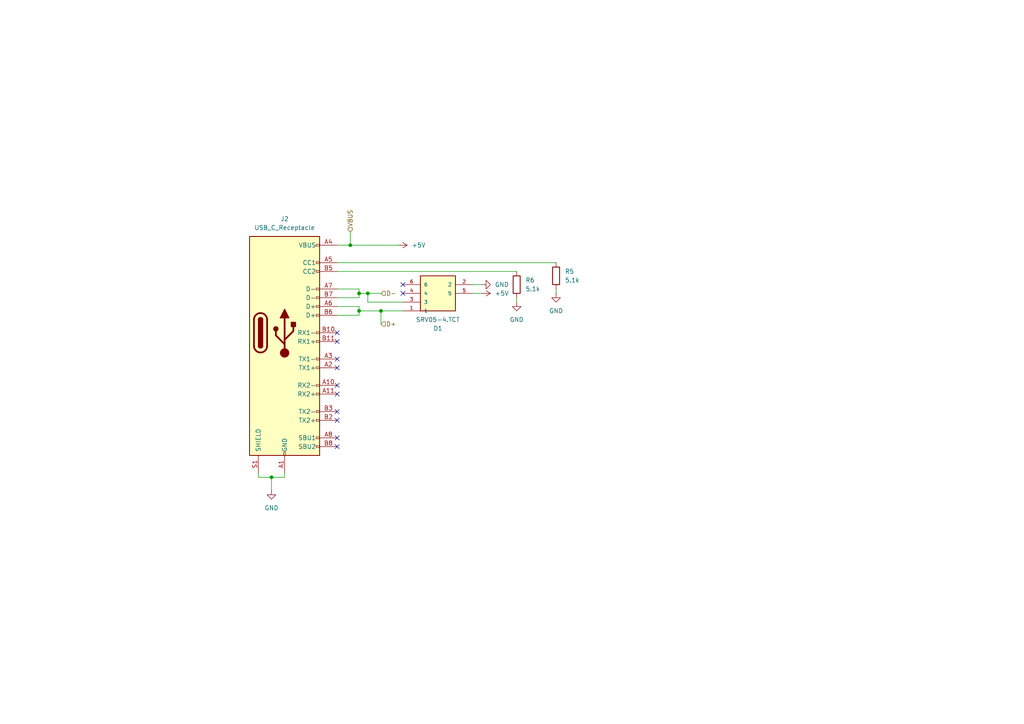
<source format=kicad_sch>
(kicad_sch
	(version 20250114)
	(generator "eeschema")
	(generator_version "9.0")
	(uuid "e757f1fe-035c-445b-8824-e66d8afac7e5")
	(paper "A4")
	(lib_symbols
		(symbol "Connector:USB_C_Receptacle"
			(pin_names
				(offset 1.016)
			)
			(exclude_from_sim no)
			(in_bom yes)
			(on_board yes)
			(property "Reference" "J"
				(at -10.16 29.21 0)
				(effects
					(font
						(size 1.27 1.27)
					)
					(justify left)
				)
			)
			(property "Value" "USB_C_Receptacle"
				(at 10.16 29.21 0)
				(effects
					(font
						(size 1.27 1.27)
					)
					(justify right)
				)
			)
			(property "Footprint" ""
				(at 3.81 0 0)
				(effects
					(font
						(size 1.27 1.27)
					)
					(hide yes)
				)
			)
			(property "Datasheet" "https://www.usb.org/sites/default/files/documents/usb_type-c.zip"
				(at 3.81 0 0)
				(effects
					(font
						(size 1.27 1.27)
					)
					(hide yes)
				)
			)
			(property "Description" "USB Full-Featured Type-C Receptacle connector"
				(at 0 0 0)
				(effects
					(font
						(size 1.27 1.27)
					)
					(hide yes)
				)
			)
			(property "ki_keywords" "usb universal serial bus type-C full-featured"
				(at 0 0 0)
				(effects
					(font
						(size 1.27 1.27)
					)
					(hide yes)
				)
			)
			(property "ki_fp_filters" "USB*C*Receptacle*"
				(at 0 0 0)
				(effects
					(font
						(size 1.27 1.27)
					)
					(hide yes)
				)
			)
			(symbol "USB_C_Receptacle_0_0"
				(rectangle
					(start -0.254 -35.56)
					(end 0.254 -34.544)
					(stroke
						(width 0)
						(type default)
					)
					(fill
						(type none)
					)
				)
				(rectangle
					(start 10.16 25.654)
					(end 9.144 25.146)
					(stroke
						(width 0)
						(type default)
					)
					(fill
						(type none)
					)
				)
				(rectangle
					(start 10.16 20.574)
					(end 9.144 20.066)
					(stroke
						(width 0)
						(type default)
					)
					(fill
						(type none)
					)
				)
				(rectangle
					(start 10.16 18.034)
					(end 9.144 17.526)
					(stroke
						(width 0)
						(type default)
					)
					(fill
						(type none)
					)
				)
				(rectangle
					(start 10.16 12.954)
					(end 9.144 12.446)
					(stroke
						(width 0)
						(type default)
					)
					(fill
						(type none)
					)
				)
				(rectangle
					(start 10.16 10.414)
					(end 9.144 9.906)
					(stroke
						(width 0)
						(type default)
					)
					(fill
						(type none)
					)
				)
				(rectangle
					(start 10.16 7.874)
					(end 9.144 7.366)
					(stroke
						(width 0)
						(type default)
					)
					(fill
						(type none)
					)
				)
				(rectangle
					(start 10.16 5.334)
					(end 9.144 4.826)
					(stroke
						(width 0)
						(type default)
					)
					(fill
						(type none)
					)
				)
				(rectangle
					(start 10.16 0.254)
					(end 9.144 -0.254)
					(stroke
						(width 0)
						(type default)
					)
					(fill
						(type none)
					)
				)
				(rectangle
					(start 10.16 -2.286)
					(end 9.144 -2.794)
					(stroke
						(width 0)
						(type default)
					)
					(fill
						(type none)
					)
				)
				(rectangle
					(start 10.16 -7.366)
					(end 9.144 -7.874)
					(stroke
						(width 0)
						(type default)
					)
					(fill
						(type none)
					)
				)
				(rectangle
					(start 10.16 -9.906)
					(end 9.144 -10.414)
					(stroke
						(width 0)
						(type default)
					)
					(fill
						(type none)
					)
				)
				(rectangle
					(start 10.16 -14.986)
					(end 9.144 -15.494)
					(stroke
						(width 0)
						(type default)
					)
					(fill
						(type none)
					)
				)
				(rectangle
					(start 10.16 -17.526)
					(end 9.144 -18.034)
					(stroke
						(width 0)
						(type default)
					)
					(fill
						(type none)
					)
				)
				(rectangle
					(start 10.16 -22.606)
					(end 9.144 -23.114)
					(stroke
						(width 0)
						(type default)
					)
					(fill
						(type none)
					)
				)
				(rectangle
					(start 10.16 -25.146)
					(end 9.144 -25.654)
					(stroke
						(width 0)
						(type default)
					)
					(fill
						(type none)
					)
				)
				(rectangle
					(start 10.16 -30.226)
					(end 9.144 -30.734)
					(stroke
						(width 0)
						(type default)
					)
					(fill
						(type none)
					)
				)
				(rectangle
					(start 10.16 -32.766)
					(end 9.144 -33.274)
					(stroke
						(width 0)
						(type default)
					)
					(fill
						(type none)
					)
				)
			)
			(symbol "USB_C_Receptacle_0_1"
				(rectangle
					(start -10.16 27.94)
					(end 10.16 -35.56)
					(stroke
						(width 0.254)
						(type default)
					)
					(fill
						(type background)
					)
				)
				(polyline
					(pts
						(xy -8.89 -3.81) (xy -8.89 3.81)
					)
					(stroke
						(width 0.508)
						(type default)
					)
					(fill
						(type none)
					)
				)
				(rectangle
					(start -7.62 -3.81)
					(end -6.35 3.81)
					(stroke
						(width 0.254)
						(type default)
					)
					(fill
						(type outline)
					)
				)
				(arc
					(start -7.62 3.81)
					(mid -6.985 4.4423)
					(end -6.35 3.81)
					(stroke
						(width 0.254)
						(type default)
					)
					(fill
						(type none)
					)
				)
				(arc
					(start -7.62 3.81)
					(mid -6.985 4.4423)
					(end -6.35 3.81)
					(stroke
						(width 0.254)
						(type default)
					)
					(fill
						(type outline)
					)
				)
				(arc
					(start -8.89 3.81)
					(mid -6.985 5.7067)
					(end -5.08 3.81)
					(stroke
						(width 0.508)
						(type default)
					)
					(fill
						(type none)
					)
				)
				(arc
					(start -5.08 -3.81)
					(mid -6.985 -5.7067)
					(end -8.89 -3.81)
					(stroke
						(width 0.508)
						(type default)
					)
					(fill
						(type none)
					)
				)
				(arc
					(start -6.35 -3.81)
					(mid -6.985 -4.4423)
					(end -7.62 -3.81)
					(stroke
						(width 0.254)
						(type default)
					)
					(fill
						(type none)
					)
				)
				(arc
					(start -6.35 -3.81)
					(mid -6.985 -4.4423)
					(end -7.62 -3.81)
					(stroke
						(width 0.254)
						(type default)
					)
					(fill
						(type outline)
					)
				)
				(polyline
					(pts
						(xy -5.08 3.81) (xy -5.08 -3.81)
					)
					(stroke
						(width 0.508)
						(type default)
					)
					(fill
						(type none)
					)
				)
			)
			(symbol "USB_C_Receptacle_1_1"
				(circle
					(center -2.54 1.143)
					(radius 0.635)
					(stroke
						(width 0.254)
						(type default)
					)
					(fill
						(type outline)
					)
				)
				(polyline
					(pts
						(xy -1.27 4.318) (xy 0 6.858) (xy 1.27 4.318) (xy -1.27 4.318)
					)
					(stroke
						(width 0.254)
						(type default)
					)
					(fill
						(type outline)
					)
				)
				(polyline
					(pts
						(xy 0 -2.032) (xy 2.54 0.508) (xy 2.54 1.778)
					)
					(stroke
						(width 0.508)
						(type default)
					)
					(fill
						(type none)
					)
				)
				(polyline
					(pts
						(xy 0 -3.302) (xy -2.54 -0.762) (xy -2.54 0.508)
					)
					(stroke
						(width 0.508)
						(type default)
					)
					(fill
						(type none)
					)
				)
				(polyline
					(pts
						(xy 0 -5.842) (xy 0 4.318)
					)
					(stroke
						(width 0.508)
						(type default)
					)
					(fill
						(type none)
					)
				)
				(circle
					(center 0 -5.842)
					(radius 1.27)
					(stroke
						(width 0)
						(type default)
					)
					(fill
						(type outline)
					)
				)
				(rectangle
					(start 1.905 1.778)
					(end 3.175 3.048)
					(stroke
						(width 0.254)
						(type default)
					)
					(fill
						(type outline)
					)
				)
				(pin passive line
					(at -7.62 -40.64 90)
					(length 5.08)
					(name "SHIELD"
						(effects
							(font
								(size 1.27 1.27)
							)
						)
					)
					(number "S1"
						(effects
							(font
								(size 1.27 1.27)
							)
						)
					)
				)
				(pin passive line
					(at 0 -40.64 90)
					(length 5.08)
					(name "GND"
						(effects
							(font
								(size 1.27 1.27)
							)
						)
					)
					(number "A1"
						(effects
							(font
								(size 1.27 1.27)
							)
						)
					)
				)
				(pin passive line
					(at 0 -40.64 90)
					(length 5.08)
					(hide yes)
					(name "GND"
						(effects
							(font
								(size 1.27 1.27)
							)
						)
					)
					(number "A12"
						(effects
							(font
								(size 1.27 1.27)
							)
						)
					)
				)
				(pin passive line
					(at 0 -40.64 90)
					(length 5.08)
					(hide yes)
					(name "GND"
						(effects
							(font
								(size 1.27 1.27)
							)
						)
					)
					(number "B1"
						(effects
							(font
								(size 1.27 1.27)
							)
						)
					)
				)
				(pin passive line
					(at 0 -40.64 90)
					(length 5.08)
					(hide yes)
					(name "GND"
						(effects
							(font
								(size 1.27 1.27)
							)
						)
					)
					(number "B12"
						(effects
							(font
								(size 1.27 1.27)
							)
						)
					)
				)
				(pin passive line
					(at 15.24 25.4 180)
					(length 5.08)
					(name "VBUS"
						(effects
							(font
								(size 1.27 1.27)
							)
						)
					)
					(number "A4"
						(effects
							(font
								(size 1.27 1.27)
							)
						)
					)
				)
				(pin passive line
					(at 15.24 25.4 180)
					(length 5.08)
					(hide yes)
					(name "VBUS"
						(effects
							(font
								(size 1.27 1.27)
							)
						)
					)
					(number "A9"
						(effects
							(font
								(size 1.27 1.27)
							)
						)
					)
				)
				(pin passive line
					(at 15.24 25.4 180)
					(length 5.08)
					(hide yes)
					(name "VBUS"
						(effects
							(font
								(size 1.27 1.27)
							)
						)
					)
					(number "B4"
						(effects
							(font
								(size 1.27 1.27)
							)
						)
					)
				)
				(pin passive line
					(at 15.24 25.4 180)
					(length 5.08)
					(hide yes)
					(name "VBUS"
						(effects
							(font
								(size 1.27 1.27)
							)
						)
					)
					(number "B9"
						(effects
							(font
								(size 1.27 1.27)
							)
						)
					)
				)
				(pin bidirectional line
					(at 15.24 20.32 180)
					(length 5.08)
					(name "CC1"
						(effects
							(font
								(size 1.27 1.27)
							)
						)
					)
					(number "A5"
						(effects
							(font
								(size 1.27 1.27)
							)
						)
					)
				)
				(pin bidirectional line
					(at 15.24 17.78 180)
					(length 5.08)
					(name "CC2"
						(effects
							(font
								(size 1.27 1.27)
							)
						)
					)
					(number "B5"
						(effects
							(font
								(size 1.27 1.27)
							)
						)
					)
				)
				(pin bidirectional line
					(at 15.24 12.7 180)
					(length 5.08)
					(name "D-"
						(effects
							(font
								(size 1.27 1.27)
							)
						)
					)
					(number "A7"
						(effects
							(font
								(size 1.27 1.27)
							)
						)
					)
				)
				(pin bidirectional line
					(at 15.24 10.16 180)
					(length 5.08)
					(name "D-"
						(effects
							(font
								(size 1.27 1.27)
							)
						)
					)
					(number "B7"
						(effects
							(font
								(size 1.27 1.27)
							)
						)
					)
				)
				(pin bidirectional line
					(at 15.24 7.62 180)
					(length 5.08)
					(name "D+"
						(effects
							(font
								(size 1.27 1.27)
							)
						)
					)
					(number "A6"
						(effects
							(font
								(size 1.27 1.27)
							)
						)
					)
				)
				(pin bidirectional line
					(at 15.24 5.08 180)
					(length 5.08)
					(name "D+"
						(effects
							(font
								(size 1.27 1.27)
							)
						)
					)
					(number "B6"
						(effects
							(font
								(size 1.27 1.27)
							)
						)
					)
				)
				(pin bidirectional line
					(at 15.24 0 180)
					(length 5.08)
					(name "RX1-"
						(effects
							(font
								(size 1.27 1.27)
							)
						)
					)
					(number "B10"
						(effects
							(font
								(size 1.27 1.27)
							)
						)
					)
				)
				(pin bidirectional line
					(at 15.24 -2.54 180)
					(length 5.08)
					(name "RX1+"
						(effects
							(font
								(size 1.27 1.27)
							)
						)
					)
					(number "B11"
						(effects
							(font
								(size 1.27 1.27)
							)
						)
					)
				)
				(pin bidirectional line
					(at 15.24 -7.62 180)
					(length 5.08)
					(name "TX1-"
						(effects
							(font
								(size 1.27 1.27)
							)
						)
					)
					(number "A3"
						(effects
							(font
								(size 1.27 1.27)
							)
						)
					)
				)
				(pin bidirectional line
					(at 15.24 -10.16 180)
					(length 5.08)
					(name "TX1+"
						(effects
							(font
								(size 1.27 1.27)
							)
						)
					)
					(number "A2"
						(effects
							(font
								(size 1.27 1.27)
							)
						)
					)
				)
				(pin bidirectional line
					(at 15.24 -15.24 180)
					(length 5.08)
					(name "RX2-"
						(effects
							(font
								(size 1.27 1.27)
							)
						)
					)
					(number "A10"
						(effects
							(font
								(size 1.27 1.27)
							)
						)
					)
				)
				(pin bidirectional line
					(at 15.24 -17.78 180)
					(length 5.08)
					(name "RX2+"
						(effects
							(font
								(size 1.27 1.27)
							)
						)
					)
					(number "A11"
						(effects
							(font
								(size 1.27 1.27)
							)
						)
					)
				)
				(pin bidirectional line
					(at 15.24 -22.86 180)
					(length 5.08)
					(name "TX2-"
						(effects
							(font
								(size 1.27 1.27)
							)
						)
					)
					(number "B3"
						(effects
							(font
								(size 1.27 1.27)
							)
						)
					)
				)
				(pin bidirectional line
					(at 15.24 -25.4 180)
					(length 5.08)
					(name "TX2+"
						(effects
							(font
								(size 1.27 1.27)
							)
						)
					)
					(number "B2"
						(effects
							(font
								(size 1.27 1.27)
							)
						)
					)
				)
				(pin bidirectional line
					(at 15.24 -30.48 180)
					(length 5.08)
					(name "SBU1"
						(effects
							(font
								(size 1.27 1.27)
							)
						)
					)
					(number "A8"
						(effects
							(font
								(size 1.27 1.27)
							)
						)
					)
				)
				(pin bidirectional line
					(at 15.24 -33.02 180)
					(length 5.08)
					(name "SBU2"
						(effects
							(font
								(size 1.27 1.27)
							)
						)
					)
					(number "B8"
						(effects
							(font
								(size 1.27 1.27)
							)
						)
					)
				)
			)
			(embedded_fonts no)
		)
		(symbol "Device:R"
			(pin_numbers
				(hide yes)
			)
			(pin_names
				(offset 0)
			)
			(exclude_from_sim no)
			(in_bom yes)
			(on_board yes)
			(property "Reference" "R"
				(at 2.032 0 90)
				(effects
					(font
						(size 1.27 1.27)
					)
				)
			)
			(property "Value" "R"
				(at 0 0 90)
				(effects
					(font
						(size 1.27 1.27)
					)
				)
			)
			(property "Footprint" ""
				(at -1.778 0 90)
				(effects
					(font
						(size 1.27 1.27)
					)
					(hide yes)
				)
			)
			(property "Datasheet" "~"
				(at 0 0 0)
				(effects
					(font
						(size 1.27 1.27)
					)
					(hide yes)
				)
			)
			(property "Description" "Resistor"
				(at 0 0 0)
				(effects
					(font
						(size 1.27 1.27)
					)
					(hide yes)
				)
			)
			(property "ki_keywords" "R res resistor"
				(at 0 0 0)
				(effects
					(font
						(size 1.27 1.27)
					)
					(hide yes)
				)
			)
			(property "ki_fp_filters" "R_*"
				(at 0 0 0)
				(effects
					(font
						(size 1.27 1.27)
					)
					(hide yes)
				)
			)
			(symbol "R_0_1"
				(rectangle
					(start -1.016 -2.54)
					(end 1.016 2.54)
					(stroke
						(width 0.254)
						(type default)
					)
					(fill
						(type none)
					)
				)
			)
			(symbol "R_1_1"
				(pin passive line
					(at 0 3.81 270)
					(length 1.27)
					(name "~"
						(effects
							(font
								(size 1.27 1.27)
							)
						)
					)
					(number "1"
						(effects
							(font
								(size 1.27 1.27)
							)
						)
					)
				)
				(pin passive line
					(at 0 -3.81 90)
					(length 1.27)
					(name "~"
						(effects
							(font
								(size 1.27 1.27)
							)
						)
					)
					(number "2"
						(effects
							(font
								(size 1.27 1.27)
							)
						)
					)
				)
			)
			(embedded_fonts no)
		)
		(symbol "SRV05-4.TCT:SRV05-4.TCT"
			(pin_names
				(offset 1.016)
			)
			(exclude_from_sim no)
			(in_bom yes)
			(on_board yes)
			(property "Reference" "D"
				(at -3.81 0 0)
				(effects
					(font
						(size 1.27 1.27)
					)
					(justify left)
				)
			)
			(property "Value" "SRV05-4.TCT"
				(at -3.81 2.54 0)
				(effects
					(font
						(size 1.27 1.27)
					)
					(justify left)
				)
			)
			(property "Footprint" "SRV05-4.TCT:SOT95P280X145-6N"
				(at 0 0 0)
				(effects
					(font
						(size 1.27 1.27)
					)
					(justify bottom)
					(hide yes)
				)
			)
			(property "Datasheet" ""
				(at 0 0 0)
				(effects
					(font
						(size 1.27 1.27)
					)
					(hide yes)
				)
			)
			(property "Description" "Semtech SRV05-4.TCT, Uni-Directional TVS Diode Array, 300W, 6-Pin SOT-23"
				(at 0 0 0)
				(effects
					(font
						(size 1.27 1.27)
					)
					(justify bottom)
					(hide yes)
				)
			)
			(property "MANUFACTURER_NAME" "SEMTECH"
				(at 0 0 0)
				(effects
					(font
						(size 1.27 1.27)
					)
					(justify bottom)
					(hide yes)
				)
			)
			(property "MF" "UMW"
				(at 0 0 0)
				(effects
					(font
						(size 1.27 1.27)
					)
					(justify bottom)
					(hide yes)
				)
			)
			(property "MOUSER_PRICE-STOCK" "https://www.mouser.com/Search/Refine.aspx?Keyword=947-SRV05-4.TCT"
				(at 0 0 0)
				(effects
					(font
						(size 1.27 1.27)
					)
					(justify bottom)
					(hide yes)
				)
			)
			(property "MOUSER_PART_NUMBER" "947-SRV05-4.TCT"
				(at 0 0 0)
				(effects
					(font
						(size 1.27 1.27)
					)
					(justify bottom)
					(hide yes)
				)
			)
			(property "Price" "None"
				(at 0 0 0)
				(effects
					(font
						(size 1.27 1.27)
					)
					(justify bottom)
					(hide yes)
				)
			)
			(property "Package" "None"
				(at 0 0 0)
				(effects
					(font
						(size 1.27 1.27)
					)
					(justify bottom)
					(hide yes)
				)
			)
			(property "Check_prices" "https://www.snapeda.com/parts/SRV05-4.TCT/UMW/view-part/?ref=eda"
				(at 0 0 0)
				(effects
					(font
						(size 1.27 1.27)
					)
					(justify bottom)
					(hide yes)
				)
			)
			(property "HEIGHT" "1.45mm"
				(at 0 0 0)
				(effects
					(font
						(size 1.27 1.27)
					)
					(justify bottom)
					(hide yes)
				)
			)
			(property "SnapEDA_Link" "https://www.snapeda.com/parts/SRV05-4.TCT/UMW/view-part/?ref=snap"
				(at 0 0 0)
				(effects
					(font
						(size 1.27 1.27)
					)
					(justify bottom)
					(hide yes)
				)
			)
			(property "MP" "SRV05-4.TCT"
				(at 0 0 0)
				(effects
					(font
						(size 1.27 1.27)
					)
					(justify bottom)
					(hide yes)
				)
			)
			(property "Description_1" "ESD Suppressors / TVS Diodes SOT-23 5V 4DIODE Low Capacitance"
				(at 0 0 0)
				(effects
					(font
						(size 1.27 1.27)
					)
					(justify bottom)
					(hide yes)
				)
			)
			(property "Availability" "In Stock"
				(at 0 0 0)
				(effects
					(font
						(size 1.27 1.27)
					)
					(justify bottom)
					(hide yes)
				)
			)
			(property "MANUFACTURER_PART_NUMBER" "SRV05-4.TCT"
				(at 0 0 0)
				(effects
					(font
						(size 1.27 1.27)
					)
					(justify bottom)
					(hide yes)
				)
			)
			(symbol "SRV05-4.TCT_0_0"
				(rectangle
					(start 5.08 -7.62)
					(end 15.24 2.54)
					(stroke
						(width 0.254)
						(type default)
					)
					(fill
						(type background)
					)
				)
				(pin bidirectional line
					(at 0 -2.54 0)
					(length 5.08)
					(name "5"
						(effects
							(font
								(size 1.016 1.016)
							)
						)
					)
					(number "5"
						(effects
							(font
								(size 1.016 1.016)
							)
						)
					)
				)
				(pin bidirectional line
					(at 0 -5.08 0)
					(length 5.08)
					(name "2"
						(effects
							(font
								(size 1.016 1.016)
							)
						)
					)
					(number "2"
						(effects
							(font
								(size 1.016 1.016)
							)
						)
					)
				)
				(pin bidirectional line
					(at 20.32 2.54 180)
					(length 5.08)
					(name "1"
						(effects
							(font
								(size 1.016 1.016)
							)
						)
					)
					(number "1"
						(effects
							(font
								(size 1.016 1.016)
							)
						)
					)
				)
				(pin bidirectional line
					(at 20.32 0 180)
					(length 5.08)
					(name "3"
						(effects
							(font
								(size 1.016 1.016)
							)
						)
					)
					(number "3"
						(effects
							(font
								(size 1.016 1.016)
							)
						)
					)
				)
				(pin bidirectional line
					(at 20.32 -2.54 180)
					(length 5.08)
					(name "4"
						(effects
							(font
								(size 1.016 1.016)
							)
						)
					)
					(number "4"
						(effects
							(font
								(size 1.016 1.016)
							)
						)
					)
				)
				(pin bidirectional line
					(at 20.32 -5.08 180)
					(length 5.08)
					(name "6"
						(effects
							(font
								(size 1.016 1.016)
							)
						)
					)
					(number "6"
						(effects
							(font
								(size 1.016 1.016)
							)
						)
					)
				)
			)
			(embedded_fonts no)
		)
		(symbol "power:+5V"
			(power)
			(pin_numbers
				(hide yes)
			)
			(pin_names
				(offset 0)
				(hide yes)
			)
			(exclude_from_sim no)
			(in_bom yes)
			(on_board yes)
			(property "Reference" "#PWR"
				(at 0 -3.81 0)
				(effects
					(font
						(size 1.27 1.27)
					)
					(hide yes)
				)
			)
			(property "Value" "+5V"
				(at 0 3.556 0)
				(effects
					(font
						(size 1.27 1.27)
					)
				)
			)
			(property "Footprint" ""
				(at 0 0 0)
				(effects
					(font
						(size 1.27 1.27)
					)
					(hide yes)
				)
			)
			(property "Datasheet" ""
				(at 0 0 0)
				(effects
					(font
						(size 1.27 1.27)
					)
					(hide yes)
				)
			)
			(property "Description" "Power symbol creates a global label with name \"+5V\""
				(at 0 0 0)
				(effects
					(font
						(size 1.27 1.27)
					)
					(hide yes)
				)
			)
			(property "ki_keywords" "global power"
				(at 0 0 0)
				(effects
					(font
						(size 1.27 1.27)
					)
					(hide yes)
				)
			)
			(symbol "+5V_0_1"
				(polyline
					(pts
						(xy -0.762 1.27) (xy 0 2.54)
					)
					(stroke
						(width 0)
						(type default)
					)
					(fill
						(type none)
					)
				)
				(polyline
					(pts
						(xy 0 2.54) (xy 0.762 1.27)
					)
					(stroke
						(width 0)
						(type default)
					)
					(fill
						(type none)
					)
				)
				(polyline
					(pts
						(xy 0 0) (xy 0 2.54)
					)
					(stroke
						(width 0)
						(type default)
					)
					(fill
						(type none)
					)
				)
			)
			(symbol "+5V_1_1"
				(pin power_in line
					(at 0 0 90)
					(length 0)
					(name "~"
						(effects
							(font
								(size 1.27 1.27)
							)
						)
					)
					(number "1"
						(effects
							(font
								(size 1.27 1.27)
							)
						)
					)
				)
			)
			(embedded_fonts no)
		)
		(symbol "power:GND"
			(power)
			(pin_numbers
				(hide yes)
			)
			(pin_names
				(offset 0)
				(hide yes)
			)
			(exclude_from_sim no)
			(in_bom yes)
			(on_board yes)
			(property "Reference" "#PWR"
				(at 0 -6.35 0)
				(effects
					(font
						(size 1.27 1.27)
					)
					(hide yes)
				)
			)
			(property "Value" "GND"
				(at 0 -3.81 0)
				(effects
					(font
						(size 1.27 1.27)
					)
				)
			)
			(property "Footprint" ""
				(at 0 0 0)
				(effects
					(font
						(size 1.27 1.27)
					)
					(hide yes)
				)
			)
			(property "Datasheet" ""
				(at 0 0 0)
				(effects
					(font
						(size 1.27 1.27)
					)
					(hide yes)
				)
			)
			(property "Description" "Power symbol creates a global label with name \"GND\" , ground"
				(at 0 0 0)
				(effects
					(font
						(size 1.27 1.27)
					)
					(hide yes)
				)
			)
			(property "ki_keywords" "global power"
				(at 0 0 0)
				(effects
					(font
						(size 1.27 1.27)
					)
					(hide yes)
				)
			)
			(symbol "GND_0_1"
				(polyline
					(pts
						(xy 0 0) (xy 0 -1.27) (xy 1.27 -1.27) (xy 0 -2.54) (xy -1.27 -1.27) (xy 0 -1.27)
					)
					(stroke
						(width 0)
						(type default)
					)
					(fill
						(type none)
					)
				)
			)
			(symbol "GND_1_1"
				(pin power_in line
					(at 0 0 270)
					(length 0)
					(name "~"
						(effects
							(font
								(size 1.27 1.27)
							)
						)
					)
					(number "1"
						(effects
							(font
								(size 1.27 1.27)
							)
						)
					)
				)
			)
			(embedded_fonts no)
		)
	)
	(junction
		(at 101.6 71.12)
		(diameter 0)
		(color 0 0 0 0)
		(uuid "418eeb8c-17cd-48cf-ae80-a464704bf3ba")
	)
	(junction
		(at 110.49 90.17)
		(diameter 0)
		(color 0 0 0 0)
		(uuid "602e8baa-4ad2-4f36-8c58-b6aa3de925de")
	)
	(junction
		(at 78.74 138.43)
		(diameter 0)
		(color 0 0 0 0)
		(uuid "742293f0-3351-4b07-93b9-656b10bb5b05")
	)
	(junction
		(at 106.68 85.09)
		(diameter 0)
		(color 0 0 0 0)
		(uuid "7b9908f9-c65e-4c6d-8781-8b59882c259f")
	)
	(junction
		(at 104.14 85.09)
		(diameter 0)
		(color 0 0 0 0)
		(uuid "b401b9a6-8f49-4d0b-87b0-c16b493077e2")
	)
	(junction
		(at 104.14 90.17)
		(diameter 0)
		(color 0 0 0 0)
		(uuid "d66adef1-e9ef-40d3-95df-0ae5a1d7cf25")
	)
	(no_connect
		(at 97.79 104.14)
		(uuid "044ddcb2-381e-4630-a6d7-c1f4ec42492a")
	)
	(no_connect
		(at 116.84 85.09)
		(uuid "0c98f6c3-c5ac-4b8a-ac99-f65fad2133b6")
	)
	(no_connect
		(at 97.79 129.54)
		(uuid "109f8f6f-a5e5-41e6-aec7-64be31025445")
	)
	(no_connect
		(at 97.79 121.92)
		(uuid "1513dd25-9113-42f0-abf4-381e98ffec08")
	)
	(no_connect
		(at 97.79 119.38)
		(uuid "45422257-d8a9-4103-b068-dc263e6ea597")
	)
	(no_connect
		(at 97.79 96.52)
		(uuid "5c9c31b0-f105-45e4-836a-97d022f69eb9")
	)
	(no_connect
		(at 97.79 114.3)
		(uuid "6de44182-ff81-4fe7-b9dd-46fa2ba92d9e")
	)
	(no_connect
		(at 97.79 99.06)
		(uuid "735d88e5-e418-42de-8c6d-b09fa152d844")
	)
	(no_connect
		(at 116.84 82.55)
		(uuid "7467c96b-820e-480f-878c-c8ba0df636d6")
	)
	(no_connect
		(at 97.79 106.68)
		(uuid "a282df6d-fc65-4f4d-80d2-1275c61efe55")
	)
	(no_connect
		(at 97.79 111.76)
		(uuid "a2b58500-beaa-4a59-8705-f1b05cb01795")
	)
	(no_connect
		(at 97.79 127)
		(uuid "b941ee22-a4e5-49ab-87aa-28f29766cfbb")
	)
	(wire
		(pts
			(xy 78.74 138.43) (xy 82.55 138.43)
		)
		(stroke
			(width 0)
			(type default)
		)
		(uuid "03bc376c-d693-4c82-a0e7-adad2222d58a")
	)
	(wire
		(pts
			(xy 104.14 91.44) (xy 97.79 91.44)
		)
		(stroke
			(width 0)
			(type default)
		)
		(uuid "10a5e2aa-8e36-4d1f-b6de-bae53e99ef38")
	)
	(wire
		(pts
			(xy 104.14 85.09) (xy 106.68 85.09)
		)
		(stroke
			(width 0)
			(type default)
		)
		(uuid "19d8f0f7-6cbf-4aa8-937d-1d678c008b8a")
	)
	(wire
		(pts
			(xy 139.7 85.09) (xy 137.16 85.09)
		)
		(stroke
			(width 0)
			(type default)
		)
		(uuid "1a1d7891-1e4b-4694-8642-e650938dc6f7")
	)
	(wire
		(pts
			(xy 110.49 90.17) (xy 116.84 90.17)
		)
		(stroke
			(width 0)
			(type default)
		)
		(uuid "2a7d9c6c-11ae-4ee8-b5ae-50d5f1ea8b56")
	)
	(wire
		(pts
			(xy 149.86 86.36) (xy 149.86 87.63)
		)
		(stroke
			(width 0)
			(type default)
		)
		(uuid "36ad8ea3-9f0f-4a72-abea-11aa0feb3701")
	)
	(wire
		(pts
			(xy 104.14 83.82) (xy 104.14 85.09)
		)
		(stroke
			(width 0)
			(type default)
		)
		(uuid "4df7e85b-9176-4d6c-9f06-e0a8b698ec5d")
	)
	(wire
		(pts
			(xy 97.79 71.12) (xy 101.6 71.12)
		)
		(stroke
			(width 0)
			(type default)
		)
		(uuid "500b124c-7e11-491c-ba0f-29fa7b841e77")
	)
	(wire
		(pts
			(xy 97.79 88.9) (xy 104.14 88.9)
		)
		(stroke
			(width 0)
			(type default)
		)
		(uuid "566e549d-5b5e-4543-aeee-6404acdbe3d9")
	)
	(wire
		(pts
			(xy 104.14 90.17) (xy 104.14 91.44)
		)
		(stroke
			(width 0)
			(type default)
		)
		(uuid "645fceb1-3173-4555-bcff-59f856063bd8")
	)
	(wire
		(pts
			(xy 97.79 78.74) (xy 149.86 78.74)
		)
		(stroke
			(width 0)
			(type default)
		)
		(uuid "65188de1-0383-4cf0-bcbc-91a2ddc64e09")
	)
	(wire
		(pts
			(xy 78.74 138.43) (xy 78.74 142.24)
		)
		(stroke
			(width 0)
			(type default)
		)
		(uuid "65b34fd2-e92c-4d05-803a-a40dfe669e91")
	)
	(wire
		(pts
			(xy 106.68 85.09) (xy 110.49 85.09)
		)
		(stroke
			(width 0)
			(type default)
		)
		(uuid "776104ab-d7de-4f1f-8dc9-51fa493e5b6d")
	)
	(wire
		(pts
			(xy 97.79 83.82) (xy 104.14 83.82)
		)
		(stroke
			(width 0)
			(type default)
		)
		(uuid "7b3fbbab-775b-44a9-969b-576ce8da973f")
	)
	(wire
		(pts
			(xy 101.6 71.12) (xy 115.57 71.12)
		)
		(stroke
			(width 0)
			(type default)
		)
		(uuid "8121b184-0c84-461c-b35f-bdb7f1bc1dac")
	)
	(wire
		(pts
			(xy 104.14 90.17) (xy 110.49 90.17)
		)
		(stroke
			(width 0)
			(type default)
		)
		(uuid "896310e2-79f9-4f24-b645-b96c4271dac3")
	)
	(wire
		(pts
			(xy 97.79 76.2) (xy 161.29 76.2)
		)
		(stroke
			(width 0)
			(type default)
		)
		(uuid "a08f8b75-a763-4495-8026-dc228129a043")
	)
	(wire
		(pts
			(xy 106.68 87.63) (xy 116.84 87.63)
		)
		(stroke
			(width 0)
			(type default)
		)
		(uuid "ae0b8d88-1bf6-43d2-a6e7-3f3625b5ce0f")
	)
	(wire
		(pts
			(xy 110.49 93.98) (xy 110.49 90.17)
		)
		(stroke
			(width 0)
			(type default)
		)
		(uuid "b31518c3-8bdb-4d12-b796-8537fabc426d")
	)
	(wire
		(pts
			(xy 74.93 138.43) (xy 78.74 138.43)
		)
		(stroke
			(width 0)
			(type default)
		)
		(uuid "b9a20b00-bd19-4f67-9c6c-9a76dfd583a5")
	)
	(wire
		(pts
			(xy 104.14 88.9) (xy 104.14 90.17)
		)
		(stroke
			(width 0)
			(type default)
		)
		(uuid "bb07b24d-6235-422e-a315-c17d2c0bbcec")
	)
	(wire
		(pts
			(xy 139.7 82.55) (xy 137.16 82.55)
		)
		(stroke
			(width 0)
			(type default)
		)
		(uuid "caa3fe20-49c6-43ed-8b1c-487de6786a8f")
	)
	(wire
		(pts
			(xy 161.29 83.82) (xy 161.29 85.09)
		)
		(stroke
			(width 0)
			(type default)
		)
		(uuid "cd57b33d-41d1-43f6-ba23-792e2146a654")
	)
	(wire
		(pts
			(xy 74.93 138.43) (xy 74.93 137.16)
		)
		(stroke
			(width 0)
			(type default)
		)
		(uuid "cd911c96-4377-4cce-8b2f-5bd644efe9c7")
	)
	(wire
		(pts
			(xy 104.14 86.36) (xy 97.79 86.36)
		)
		(stroke
			(width 0)
			(type default)
		)
		(uuid "d049c253-3df7-4071-8437-897217b8f5f8")
	)
	(wire
		(pts
			(xy 106.68 85.09) (xy 106.68 87.63)
		)
		(stroke
			(width 0)
			(type default)
		)
		(uuid "d416d628-fe81-4e73-8dd4-632b9c71e05a")
	)
	(wire
		(pts
			(xy 101.6 67.31) (xy 101.6 71.12)
		)
		(stroke
			(width 0)
			(type default)
		)
		(uuid "d5f74149-f323-4ee7-a6a5-2e212a3904e5")
	)
	(wire
		(pts
			(xy 82.55 138.43) (xy 82.55 137.16)
		)
		(stroke
			(width 0)
			(type default)
		)
		(uuid "dc6b82a2-6703-42c2-84a2-c7af926dcabf")
	)
	(wire
		(pts
			(xy 104.14 85.09) (xy 104.14 86.36)
		)
		(stroke
			(width 0)
			(type default)
		)
		(uuid "f5ebe83b-b11c-4e3d-b0ea-ad67112c4e68")
	)
	(hierarchical_label "VBUS"
		(shape input)
		(at 101.6 67.31 90)
		(effects
			(font
				(size 1.27 1.27)
			)
			(justify left)
		)
		(uuid "3b91660d-cd3b-41e0-94c2-e5cc08527ff8")
	)
	(hierarchical_label "D-"
		(shape input)
		(at 110.49 85.09 0)
		(effects
			(font
				(size 1.27 1.27)
			)
			(justify left)
		)
		(uuid "3d032078-0308-4caa-bb34-ed522b71ade3")
	)
	(hierarchical_label "D+"
		(shape input)
		(at 110.49 93.98 0)
		(effects
			(font
				(size 1.27 1.27)
			)
			(justify left)
		)
		(uuid "4f62f831-69a6-4dc8-9d28-b743615ac010")
	)
	(symbol
		(lib_id "Connector:USB_C_Receptacle")
		(at 82.55 96.52 0)
		(unit 1)
		(exclude_from_sim no)
		(in_bom yes)
		(on_board yes)
		(dnp no)
		(fields_autoplaced yes)
		(uuid "1373ba99-4127-4869-9405-803abeaf0ff9")
		(property "Reference" "J1"
			(at 82.55 63.5 0)
			(effects
				(font
					(size 1.27 1.27)
				)
			)
		)
		(property "Value" "USB_C_Receptacle"
			(at 82.55 66.04 0)
			(effects
				(font
					(size 1.27 1.27)
				)
			)
		)
		(property "Footprint" "Connector_USB:USB_C_Receptacle_HRO_TYPE-C-31-M-12"
			(at 86.36 96.52 0)
			(effects
				(font
					(size 1.27 1.27)
				)
				(hide yes)
			)
		)
		(property "Datasheet" "https://www.usb.org/sites/default/files/documents/usb_type-c.zip"
			(at 86.36 96.52 0)
			(effects
				(font
					(size 1.27 1.27)
				)
				(hide yes)
			)
		)
		(property "Description" "USB Full-Featured Type-C Receptacle connector"
			(at 82.55 96.52 0)
			(effects
				(font
					(size 1.27 1.27)
				)
				(hide yes)
			)
		)
		(pin "S1"
			(uuid "544e18f4-db03-4a4d-b8b6-2d5b3eea4779")
		)
		(pin "A12"
			(uuid "fced71ec-4e5a-46bc-94b4-ea39432619ee")
		)
		(pin "A9"
			(uuid "eed49608-cefb-4c10-a6a2-2c020dca2258")
		)
		(pin "A5"
			(uuid "9c7e0628-7d8a-46cb-b554-b92b0c815898")
		)
		(pin "A7"
			(uuid "e8fd5f86-7071-4d91-9169-0b61a0edb7ab")
		)
		(pin "B4"
			(uuid "bcbc4443-9a01-4630-948c-9b787e117aaf")
		)
		(pin "A1"
			(uuid "525937f6-d7c4-423e-bf33-d18f5249ffc1")
		)
		(pin "B1"
			(uuid "38f8a510-c0d0-449a-bb17-385de167de8d")
		)
		(pin "B12"
			(uuid "67c833e2-3b18-4d87-b01b-46b8aa29cd5b")
		)
		(pin "A4"
			(uuid "e5acc3de-18a3-45c0-98cc-a66665f19e4a")
		)
		(pin "B9"
			(uuid "1937d5c3-3498-42ff-ae57-5512c4986b65")
		)
		(pin "B5"
			(uuid "4459cb86-9b9a-4bac-a398-1f6c7665ed15")
		)
		(pin "A3"
			(uuid "eb0cac59-4c01-48ac-b5ee-913018a4627d")
		)
		(pin "B7"
			(uuid "eaae5ec2-a7b7-4fd6-8c02-ee91e3e68dfc")
		)
		(pin "A10"
			(uuid "018093a3-3f44-432b-bd3d-ccfcea69a89c")
		)
		(pin "A11"
			(uuid "455538dd-a2e1-4ea5-8848-a4a30a5e7b55")
		)
		(pin "A6"
			(uuid "766263a1-954a-40a3-90f0-8d2539d3cf61")
		)
		(pin "B11"
			(uuid "fceb2639-1736-4997-b44b-03f0033f4312")
		)
		(pin "B2"
			(uuid "9376203f-3f64-4f69-91ac-cdb50214e66f")
		)
		(pin "B8"
			(uuid "bf8f0465-8144-4904-bab5-e7997afbaadd")
		)
		(pin "B3"
			(uuid "826393ad-829f-446e-89c7-d35d844fdf2d")
		)
		(pin "B6"
			(uuid "d17e0e4a-5b61-40d9-b55d-e82a53af896c")
		)
		(pin "A2"
			(uuid "492c27cf-2897-4de3-9eed-ac1cece61f0f")
		)
		(pin "B10"
			(uuid "6ae20b2b-95db-4632-aac2-d0a6b2a07a40")
		)
		(pin "A8"
			(uuid "eaba8adb-52ee-4f07-9692-036f047302d3")
		)
		(instances
			(project ""
				(path "/65068a32-f105-4204-b50e-234054c5a6d0/880da092-1c6b-4dcf-a509-490b22fc0ebc"
					(reference "J2")
					(unit 1)
				)
			)
			(project ""
				(path "/8a3e7f99-4046-40e8-bd7c-d9d1c8c7162e/f33094e5-7720-4bb5-9ddf-b2cfd7a85122"
					(reference "J1")
					(unit 1)
				)
			)
		)
	)
	(symbol
		(lib_id "power:+5V")
		(at 139.7 85.09 270)
		(unit 1)
		(exclude_from_sim no)
		(in_bom yes)
		(on_board yes)
		(dnp no)
		(uuid "4122406f-03aa-421c-88ad-024aaa86333c")
		(property "Reference" "#PWR0113"
			(at 135.89 85.09 0)
			(effects
				(font
					(size 1.27 1.27)
				)
				(hide yes)
			)
		)
		(property "Value" "+5V"
			(at 143.51 85.0901 90)
			(effects
				(font
					(size 1.27 1.27)
				)
				(justify left)
			)
		)
		(property "Footprint" ""
			(at 139.7 85.09 0)
			(effects
				(font
					(size 1.27 1.27)
				)
				(hide yes)
			)
		)
		(property "Datasheet" ""
			(at 139.7 85.09 0)
			(effects
				(font
					(size 1.27 1.27)
				)
				(hide yes)
			)
		)
		(property "Description" "Power symbol creates a global label with name \"+5V\""
			(at 139.7 85.09 0)
			(effects
				(font
					(size 1.27 1.27)
				)
				(hide yes)
			)
		)
		(pin "1"
			(uuid "df16d734-0f8e-4fd1-b68f-6cd3ce06d819")
		)
		(instances
			(project ""
				(path "/65068a32-f105-4204-b50e-234054c5a6d0/880da092-1c6b-4dcf-a509-490b22fc0ebc"
					(reference "#PWR052")
					(unit 1)
				)
			)
			(project "CAN-Interface-Board"
				(path "/8a3e7f99-4046-40e8-bd7c-d9d1c8c7162e/f33094e5-7720-4bb5-9ddf-b2cfd7a85122"
					(reference "#PWR0113")
					(unit 1)
				)
			)
		)
	)
	(symbol
		(lib_id "power:+5V")
		(at 115.57 71.12 270)
		(unit 1)
		(exclude_from_sim no)
		(in_bom yes)
		(on_board yes)
		(dnp no)
		(fields_autoplaced yes)
		(uuid "6b7a99ab-f355-40bb-86d3-c3f93a1323ca")
		(property "Reference" "#PWR0117"
			(at 111.76 71.12 0)
			(effects
				(font
					(size 1.27 1.27)
				)
				(hide yes)
			)
		)
		(property "Value" "+5V"
			(at 119.38 71.1199 90)
			(effects
				(font
					(size 1.27 1.27)
				)
				(justify left)
			)
		)
		(property "Footprint" ""
			(at 115.57 71.12 0)
			(effects
				(font
					(size 1.27 1.27)
				)
				(hide yes)
			)
		)
		(property "Datasheet" ""
			(at 115.57 71.12 0)
			(effects
				(font
					(size 1.27 1.27)
				)
				(hide yes)
			)
		)
		(property "Description" "Power symbol creates a global label with name \"+5V\""
			(at 115.57 71.12 0)
			(effects
				(font
					(size 1.27 1.27)
				)
				(hide yes)
			)
		)
		(pin "1"
			(uuid "b74c073e-c97f-4cf1-be22-3a6170b0f8db")
		)
		(instances
			(project ""
				(path "/65068a32-f105-4204-b50e-234054c5a6d0/880da092-1c6b-4dcf-a509-490b22fc0ebc"
					(reference "#PWR050")
					(unit 1)
				)
			)
			(project "CAN-Interface-Board"
				(path "/8a3e7f99-4046-40e8-bd7c-d9d1c8c7162e/f33094e5-7720-4bb5-9ddf-b2cfd7a85122"
					(reference "#PWR0117")
					(unit 1)
				)
			)
		)
	)
	(symbol
		(lib_id "SRV05-4.TCT:SRV05-4.TCT")
		(at 137.16 87.63 180)
		(unit 1)
		(exclude_from_sim no)
		(in_bom yes)
		(on_board yes)
		(dnp no)
		(fields_autoplaced yes)
		(uuid "6bfa134e-e659-46d8-9a93-11dc347f5415")
		(property "Reference" "D1"
			(at 127 95.25 0)
			(effects
				(font
					(size 1.27 1.27)
				)
			)
		)
		(property "Value" "SRV05-4.TCT"
			(at 127 92.71 0)
			(effects
				(font
					(size 1.27 1.27)
				)
			)
		)
		(property "Footprint" "custom footprints:SOT-23-6_L2.9-W1.6-P0.95-LS2.8-BR"
			(at 137.16 87.63 0)
			(effects
				(font
					(size 1.27 1.27)
				)
				(justify bottom)
				(hide yes)
			)
		)
		(property "Datasheet" ""
			(at 137.16 87.63 0)
			(effects
				(font
					(size 1.27 1.27)
				)
				(hide yes)
			)
		)
		(property "Description" ""
			(at 137.16 87.63 0)
			(effects
				(font
					(size 1.27 1.27)
				)
				(hide yes)
			)
		)
		(property "MANUFACTURER_NAME" "SEMTECH"
			(at 137.16 87.63 0)
			(effects
				(font
					(size 1.27 1.27)
				)
				(justify bottom)
				(hide yes)
			)
		)
		(property "MF" "UMW"
			(at 137.16 87.63 0)
			(effects
				(font
					(size 1.27 1.27)
				)
				(justify bottom)
				(hide yes)
			)
		)
		(property "MOUSER_PRICE-STOCK" "https://www.mouser.com/Search/Refine.aspx?Keyword=947-SRV05-4.TCT"
			(at 137.16 87.63 0)
			(effects
				(font
					(size 1.27 1.27)
				)
				(justify bottom)
				(hide yes)
			)
		)
		(property "DESCRIPTION" "Semtech SRV05-4.TCT, Uni-Directional TVS Diode Array, 300W, 6-Pin SOT-23"
			(at 137.16 87.63 0)
			(effects
				(font
					(size 1.27 1.27)
				)
				(justify bottom)
				(hide yes)
			)
		)
		(property "MOUSER_PART_NUMBER" "947-SRV05-4.TCT"
			(at 137.16 87.63 0)
			(effects
				(font
					(size 1.27 1.27)
				)
				(justify bottom)
				(hide yes)
			)
		)
		(property "Price" "None"
			(at 137.16 87.63 0)
			(effects
				(font
					(size 1.27 1.27)
				)
				(justify bottom)
				(hide yes)
			)
		)
		(property "Package" "None"
			(at 137.16 87.63 0)
			(effects
				(font
					(size 1.27 1.27)
				)
				(justify bottom)
				(hide yes)
			)
		)
		(property "Check_prices" "https://www.snapeda.com/parts/SRV05-4.TCT/UMW/view-part/?ref=eda"
			(at 137.16 87.63 0)
			(effects
				(font
					(size 1.27 1.27)
				)
				(justify bottom)
				(hide yes)
			)
		)
		(property "HEIGHT" "1.45mm"
			(at 137.16 87.63 0)
			(effects
				(font
					(size 1.27 1.27)
				)
				(justify bottom)
				(hide yes)
			)
		)
		(property "SnapEDA_Link" "https://www.snapeda.com/parts/SRV05-4.TCT/UMW/view-part/?ref=snap"
			(at 137.16 87.63 0)
			(effects
				(font
					(size 1.27 1.27)
				)
				(justify bottom)
				(hide yes)
			)
		)
		(property "MP" "SRV05-4.TCT"
			(at 137.16 87.63 0)
			(effects
				(font
					(size 1.27 1.27)
				)
				(justify bottom)
				(hide yes)
			)
		)
		(property "Description_1" "ESD Suppressors / TVS Diodes SOT-23 5V 4DIODE Low Capacitance"
			(at 137.16 87.63 0)
			(effects
				(font
					(size 1.27 1.27)
				)
				(justify bottom)
				(hide yes)
			)
		)
		(property "Availability" "In Stock"
			(at 137.16 87.63 0)
			(effects
				(font
					(size 1.27 1.27)
				)
				(justify bottom)
				(hide yes)
			)
		)
		(property "MANUFACTURER_PART_NUMBER" "SRV05-4.TCT"
			(at 137.16 87.63 0)
			(effects
				(font
					(size 1.27 1.27)
				)
				(justify bottom)
				(hide yes)
			)
		)
		(pin "4"
			(uuid "b7129328-0591-4257-ad8d-42f0d771f16d")
		)
		(pin "5"
			(uuid "15585501-b406-4bd5-aba8-ad249ec53018")
		)
		(pin "6"
			(uuid "5300c1eb-d8d3-4182-affd-b33109cc9e74")
		)
		(pin "1"
			(uuid "566f2937-fb06-4207-845f-047cf280c8cb")
		)
		(pin "3"
			(uuid "866db659-fb33-46d8-a956-a3a67300d5ed")
		)
		(pin "2"
			(uuid "7505d099-3188-4db8-b098-a7447175e2d4")
		)
		(instances
			(project ""
				(path "/65068a32-f105-4204-b50e-234054c5a6d0/880da092-1c6b-4dcf-a509-490b22fc0ebc"
					(reference "D1")
					(unit 1)
				)
			)
			(project ""
				(path "/8a3e7f99-4046-40e8-bd7c-d9d1c8c7162e/f33094e5-7720-4bb5-9ddf-b2cfd7a85122"
					(reference "D1")
					(unit 1)
				)
			)
		)
	)
	(symbol
		(lib_id "power:GND")
		(at 149.86 87.63 0)
		(unit 1)
		(exclude_from_sim no)
		(in_bom yes)
		(on_board yes)
		(dnp no)
		(fields_autoplaced yes)
		(uuid "92045a70-0b99-4786-a058-95fe18b17f77")
		(property "Reference" "#PWR0114"
			(at 149.86 93.98 0)
			(effects
				(font
					(size 1.27 1.27)
				)
				(hide yes)
			)
		)
		(property "Value" "GND"
			(at 149.86 92.71 0)
			(effects
				(font
					(size 1.27 1.27)
				)
			)
		)
		(property "Footprint" ""
			(at 149.86 87.63 0)
			(effects
				(font
					(size 1.27 1.27)
				)
				(hide yes)
			)
		)
		(property "Datasheet" ""
			(at 149.86 87.63 0)
			(effects
				(font
					(size 1.27 1.27)
				)
				(hide yes)
			)
		)
		(property "Description" "Power symbol creates a global label with name \"GND\" , ground"
			(at 149.86 87.63 0)
			(effects
				(font
					(size 1.27 1.27)
				)
				(hide yes)
			)
		)
		(pin "1"
			(uuid "070e9515-36b4-4c05-80a9-51fc044fa1b6")
		)
		(instances
			(project ""
				(path "/65068a32-f105-4204-b50e-234054c5a6d0/880da092-1c6b-4dcf-a509-490b22fc0ebc"
					(reference "#PWR048")
					(unit 1)
				)
			)
			(project "CAN-Interface-Board"
				(path "/8a3e7f99-4046-40e8-bd7c-d9d1c8c7162e/f33094e5-7720-4bb5-9ddf-b2cfd7a85122"
					(reference "#PWR0114")
					(unit 1)
				)
			)
		)
	)
	(symbol
		(lib_id "power:GND")
		(at 139.7 82.55 90)
		(unit 1)
		(exclude_from_sim no)
		(in_bom yes)
		(on_board yes)
		(dnp no)
		(uuid "95259e42-28da-431c-9c53-84f05eee55aa")
		(property "Reference" "#PWR0115"
			(at 146.05 82.55 0)
			(effects
				(font
					(size 1.27 1.27)
				)
				(hide yes)
			)
		)
		(property "Value" "GND"
			(at 143.51 82.5501 90)
			(effects
				(font
					(size 1.27 1.27)
				)
				(justify right)
			)
		)
		(property "Footprint" ""
			(at 139.7 82.55 0)
			(effects
				(font
					(size 1.27 1.27)
				)
				(hide yes)
			)
		)
		(property "Datasheet" ""
			(at 139.7 82.55 0)
			(effects
				(font
					(size 1.27 1.27)
				)
				(hide yes)
			)
		)
		(property "Description" "Power symbol creates a global label with name \"GND\" , ground"
			(at 139.7 82.55 0)
			(effects
				(font
					(size 1.27 1.27)
				)
				(hide yes)
			)
		)
		(pin "1"
			(uuid "83b95f21-dee7-4f52-a492-1956b79b471d")
		)
		(instances
			(project ""
				(path "/65068a32-f105-4204-b50e-234054c5a6d0/880da092-1c6b-4dcf-a509-490b22fc0ebc"
					(reference "#PWR051")
					(unit 1)
				)
			)
			(project "CAN-Interface-Board"
				(path "/8a3e7f99-4046-40e8-bd7c-d9d1c8c7162e/f33094e5-7720-4bb5-9ddf-b2cfd7a85122"
					(reference "#PWR0115")
					(unit 1)
				)
			)
		)
	)
	(symbol
		(lib_id "power:GND")
		(at 78.74 142.24 0)
		(unit 1)
		(exclude_from_sim no)
		(in_bom yes)
		(on_board yes)
		(dnp no)
		(fields_autoplaced yes)
		(uuid "a0b9ab2a-7eae-469b-9b78-2b6e531c22ba")
		(property "Reference" "#PWR0118"
			(at 78.74 148.59 0)
			(effects
				(font
					(size 1.27 1.27)
				)
				(hide yes)
			)
		)
		(property "Value" "GND"
			(at 78.74 147.32 0)
			(effects
				(font
					(size 1.27 1.27)
				)
			)
		)
		(property "Footprint" ""
			(at 78.74 142.24 0)
			(effects
				(font
					(size 1.27 1.27)
				)
				(hide yes)
			)
		)
		(property "Datasheet" ""
			(at 78.74 142.24 0)
			(effects
				(font
					(size 1.27 1.27)
				)
				(hide yes)
			)
		)
		(property "Description" "Power symbol creates a global label with name \"GND\" , ground"
			(at 78.74 142.24 0)
			(effects
				(font
					(size 1.27 1.27)
				)
				(hide yes)
			)
		)
		(pin "1"
			(uuid "c744e2ba-ce96-44ed-a3df-53127ec2306e")
		)
		(instances
			(project ""
				(path "/65068a32-f105-4204-b50e-234054c5a6d0/880da092-1c6b-4dcf-a509-490b22fc0ebc"
					(reference "#PWR047")
					(unit 1)
				)
			)
			(project "CAN-Interface-Board"
				(path "/8a3e7f99-4046-40e8-bd7c-d9d1c8c7162e/f33094e5-7720-4bb5-9ddf-b2cfd7a85122"
					(reference "#PWR0118")
					(unit 1)
				)
			)
		)
	)
	(symbol
		(lib_id "Device:R")
		(at 149.86 82.55 0)
		(unit 1)
		(exclude_from_sim no)
		(in_bom yes)
		(on_board yes)
		(dnp no)
		(fields_autoplaced yes)
		(uuid "c8139b36-e013-47df-94ce-d313f6c8cc81")
		(property "Reference" "R7"
			(at 152.4 81.2799 0)
			(effects
				(font
					(size 1.27 1.27)
				)
				(justify left)
			)
		)
		(property "Value" "5.1k"
			(at 152.4 83.8199 0)
			(effects
				(font
					(size 1.27 1.27)
				)
				(justify left)
			)
		)
		(property "Footprint" "Resistor_SMD:R_0805_2012Metric_Pad1.20x1.40mm_HandSolder"
			(at 148.082 82.55 90)
			(effects
				(font
					(size 1.27 1.27)
				)
				(hide yes)
			)
		)
		(property "Datasheet" "~"
			(at 149.86 82.55 0)
			(effects
				(font
					(size 1.27 1.27)
				)
				(hide yes)
			)
		)
		(property "Description" "Resistor"
			(at 149.86 82.55 0)
			(effects
				(font
					(size 1.27 1.27)
				)
				(hide yes)
			)
		)
		(pin "1"
			(uuid "d42b3193-2300-4704-b586-077f9d695a8f")
		)
		(pin "2"
			(uuid "8b26075c-745b-44d1-852b-7c4c40bbc62a")
		)
		(instances
			(project ""
				(path "/65068a32-f105-4204-b50e-234054c5a6d0/880da092-1c6b-4dcf-a509-490b22fc0ebc"
					(reference "R6")
					(unit 1)
				)
			)
			(project ""
				(path "/8a3e7f99-4046-40e8-bd7c-d9d1c8c7162e/f33094e5-7720-4bb5-9ddf-b2cfd7a85122"
					(reference "R7")
					(unit 1)
				)
			)
		)
	)
	(symbol
		(lib_id "power:GND")
		(at 161.29 85.09 0)
		(unit 1)
		(exclude_from_sim no)
		(in_bom yes)
		(on_board yes)
		(dnp no)
		(fields_autoplaced yes)
		(uuid "d20c8a52-094f-445d-83f8-3fc5cd17c8af")
		(property "Reference" "#PWR0116"
			(at 161.29 91.44 0)
			(effects
				(font
					(size 1.27 1.27)
				)
				(hide yes)
			)
		)
		(property "Value" "GND"
			(at 161.29 90.17 0)
			(effects
				(font
					(size 1.27 1.27)
				)
			)
		)
		(property "Footprint" ""
			(at 161.29 85.09 0)
			(effects
				(font
					(size 1.27 1.27)
				)
				(hide yes)
			)
		)
		(property "Datasheet" ""
			(at 161.29 85.09 0)
			(effects
				(font
					(size 1.27 1.27)
				)
				(hide yes)
			)
		)
		(property "Description" "Power symbol creates a global label with name \"GND\" , ground"
			(at 161.29 85.09 0)
			(effects
				(font
					(size 1.27 1.27)
				)
				(hide yes)
			)
		)
		(pin "1"
			(uuid "ec016946-a057-4481-bca8-6afcc798de2e")
		)
		(instances
			(project ""
				(path "/65068a32-f105-4204-b50e-234054c5a6d0/880da092-1c6b-4dcf-a509-490b22fc0ebc"
					(reference "#PWR049")
					(unit 1)
				)
			)
			(project "CAN-Interface-Board"
				(path "/8a3e7f99-4046-40e8-bd7c-d9d1c8c7162e/f33094e5-7720-4bb5-9ddf-b2cfd7a85122"
					(reference "#PWR0116")
					(unit 1)
				)
			)
		)
	)
	(symbol
		(lib_id "Device:R")
		(at 161.29 80.01 0)
		(unit 1)
		(exclude_from_sim no)
		(in_bom yes)
		(on_board yes)
		(dnp no)
		(fields_autoplaced yes)
		(uuid "fd80ee48-9de6-42cc-afe9-fc08d38499ba")
		(property "Reference" "R8"
			(at 163.83 78.7399 0)
			(effects
				(font
					(size 1.27 1.27)
				)
				(justify left)
			)
		)
		(property "Value" "5.1k"
			(at 163.83 81.2799 0)
			(effects
				(font
					(size 1.27 1.27)
				)
				(justify left)
			)
		)
		(property "Footprint" "Resistor_SMD:R_0805_2012Metric_Pad1.20x1.40mm_HandSolder"
			(at 159.512 80.01 90)
			(effects
				(font
					(size 1.27 1.27)
				)
				(hide yes)
			)
		)
		(property "Datasheet" "~"
			(at 161.29 80.01 0)
			(effects
				(font
					(size 1.27 1.27)
				)
				(hide yes)
			)
		)
		(property "Description" "Resistor"
			(at 161.29 80.01 0)
			(effects
				(font
					(size 1.27 1.27)
				)
				(hide yes)
			)
		)
		(pin "2"
			(uuid "956eb10c-2aa8-4473-a6f9-c37dd46dc3ed")
		)
		(pin "1"
			(uuid "7a62f0c9-2b75-430d-93a0-868d1f33d84d")
		)
		(instances
			(project ""
				(path "/65068a32-f105-4204-b50e-234054c5a6d0/880da092-1c6b-4dcf-a509-490b22fc0ebc"
					(reference "R5")
					(unit 1)
				)
			)
			(project ""
				(path "/8a3e7f99-4046-40e8-bd7c-d9d1c8c7162e/f33094e5-7720-4bb5-9ddf-b2cfd7a85122"
					(reference "R8")
					(unit 1)
				)
			)
		)
	)
)

</source>
